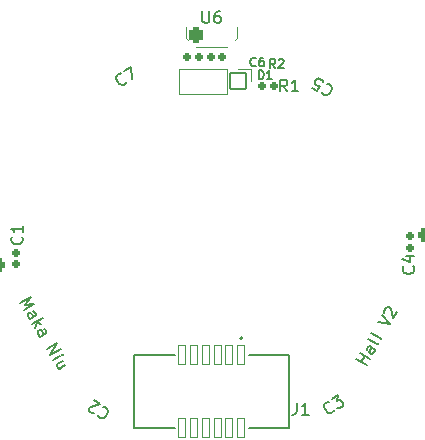
<source format=gto>
%TF.GenerationSoftware,KiCad,Pcbnew,(6.0.5)*%
%TF.CreationDate,2022-06-17T15:31:11-04:00*%
%TF.ProjectId,Hall_ring,48616c6c-5f72-4696-9e67-2e6b69636164,0*%
%TF.SameCoordinates,Original*%
%TF.FileFunction,Legend,Top*%
%TF.FilePolarity,Positive*%
%FSLAX46Y46*%
G04 Gerber Fmt 4.6, Leading zero omitted, Abs format (unit mm)*
G04 Created by KiCad (PCBNEW (6.0.5)) date 2022-06-17 15:31:11*
%MOMM*%
%LPD*%
G01*
G04 APERTURE LIST*
G04 Aperture macros list*
%AMRoundRect*
0 Rectangle with rounded corners*
0 $1 Rounding radius*
0 $2 $3 $4 $5 $6 $7 $8 $9 X,Y pos of 4 corners*
0 Add a 4 corners polygon primitive as box body*
4,1,4,$2,$3,$4,$5,$6,$7,$8,$9,$2,$3,0*
0 Add four circle primitives for the rounded corners*
1,1,$1+$1,$2,$3*
1,1,$1+$1,$4,$5*
1,1,$1+$1,$6,$7*
1,1,$1+$1,$8,$9*
0 Add four rect primitives between the rounded corners*
20,1,$1+$1,$2,$3,$4,$5,0*
20,1,$1+$1,$4,$5,$6,$7,0*
20,1,$1+$1,$6,$7,$8,$9,0*
20,1,$1+$1,$8,$9,$2,$3,0*%
%AMHorizOval*
0 Thick line with rounded ends*
0 $1 width*
0 $2 $3 position (X,Y) of the first rounded end (center of the circle)*
0 $4 $5 position (X,Y) of the second rounded end (center of the circle)*
0 Add line between two ends*
20,1,$1,$2,$3,$4,$5,0*
0 Add two circle primitives to create the rounded ends*
1,1,$1,$2,$3*
1,1,$1,$4,$5*%
G04 Aperture macros list end*
%ADD10C,0.150000*%
%ADD11C,0.120000*%
%ADD12C,0.200000*%
%ADD13RoundRect,0.197500X-0.213989X-0.075639X0.041489X-0.223139X0.213989X0.075639X-0.041489X0.223139X0*%
%ADD14RoundRect,0.197500X-0.172500X0.147500X-0.172500X-0.147500X0.172500X-0.147500X0.172500X0.147500X0*%
%ADD15RoundRect,0.197500X0.041489X0.223139X-0.213989X0.075639X-0.041489X-0.223139X0.213989X-0.075639X0*%
%ADD16RoundRect,0.197500X-0.041489X-0.223139X0.213989X-0.075639X0.041489X0.223139X-0.213989X0.075639X0*%
%ADD17RoundRect,0.197500X-0.147500X-0.172500X0.147500X-0.172500X0.147500X0.172500X-0.147500X0.172500X0*%
%ADD18RoundRect,0.197500X0.172500X-0.147500X0.172500X0.147500X-0.172500X0.147500X-0.172500X-0.147500X0*%
%ADD19RoundRect,0.050000X-0.675000X0.675000X-0.675000X-0.675000X0.675000X-0.675000X0.675000X0.675000X0*%
%ADD20O,1.450000X1.450000*%
%ADD21RoundRect,0.197500X0.147500X0.172500X-0.147500X0.172500X-0.147500X-0.172500X0.147500X-0.172500X0*%
%ADD22RoundRect,0.299900X-0.275100X-0.400100X0.275100X-0.400100X0.275100X0.400100X-0.275100X0.400100X0*%
%ADD23O,1.150000X1.400000*%
%ADD24RoundRect,0.197500X0.213989X0.075639X-0.041489X0.223139X-0.213989X-0.075639X0.041489X-0.223139X0*%
%ADD25C,0.990000*%
%ADD26RoundRect,0.050000X0.300000X0.800000X-0.300000X0.800000X-0.300000X-0.800000X0.300000X-0.800000X0*%
%ADD27C,1.348000*%
%ADD28RoundRect,0.299900X0.438294X0.208947X-0.038194X0.484047X-0.438294X-0.208947X0.038194X-0.484047X0*%
%ADD29HorizOval,1.150000X0.062500X0.108253X-0.062500X-0.108253X0*%
%ADD30RoundRect,0.299900X-0.400100X0.275100X-0.400100X-0.275100X0.400100X-0.275100X0.400100X0.275100X0*%
%ADD31O,1.400000X1.150000*%
%ADD32RoundRect,0.299900X0.400100X-0.275100X0.400100X0.275100X-0.400100X0.275100X-0.400100X-0.275100X0*%
%ADD33RoundRect,0.299900X-0.438294X-0.208947X0.038194X-0.484047X0.438294X0.208947X-0.038194X0.484047X0*%
%ADD34HorizOval,1.150000X-0.062500X-0.108253X0.062500X0.108253X0*%
%ADD35RoundRect,0.299900X-0.038194X-0.484047X0.438294X-0.208947X0.038194X0.484047X-0.438294X0.208947X0*%
%ADD36HorizOval,1.150000X-0.062500X0.108253X0.062500X-0.108253X0*%
%ADD37RoundRect,0.299900X0.038194X0.484047X-0.438294X0.208947X-0.038194X-0.484047X0.438294X-0.208947X0*%
G04 APERTURE END LIST*
D10*
X140117963Y-139272493D02*
X139251938Y-138772493D01*
X139664331Y-139010588D02*
X139950045Y-138515716D01*
X140403678Y-138777621D02*
X139537652Y-138277621D01*
X140856059Y-137994074D02*
X140402426Y-137732170D01*
X140296138Y-137725790D01*
X140207280Y-137784459D01*
X140112042Y-137949416D01*
X140105662Y-138055704D01*
X140814819Y-137970265D02*
X140808440Y-138076553D01*
X140689392Y-138282749D01*
X140600534Y-138341419D01*
X140494245Y-138335039D01*
X140411767Y-138287420D01*
X140353098Y-138198561D01*
X140359478Y-138092273D01*
X140478525Y-137886077D01*
X140484905Y-137779789D01*
X141165582Y-137457963D02*
X141076724Y-137516632D01*
X140970436Y-137510253D01*
X140228128Y-137081681D01*
X141427487Y-137004331D02*
X141338629Y-137063000D01*
X141232341Y-137056620D01*
X140490033Y-136628049D01*
X141061462Y-135638306D02*
X142094154Y-135849630D01*
X141394795Y-135060955D01*
X141620131Y-134861139D02*
X141602701Y-134796090D01*
X141609081Y-134689802D01*
X141728128Y-134483605D01*
X141816987Y-134424936D01*
X141882036Y-134407506D01*
X141988324Y-134413886D01*
X142070802Y-134461505D01*
X142170711Y-134574173D01*
X142379868Y-135354759D01*
X142689392Y-134818648D01*
X110789178Y-134061917D02*
X111655204Y-133561917D01*
X111203281Y-134207735D01*
X111988537Y-134139268D01*
X111122512Y-134639268D01*
X111574893Y-135422814D02*
X112028525Y-135160910D01*
X112087194Y-135072051D01*
X112080814Y-134965763D01*
X111985576Y-134800806D01*
X111896718Y-134742137D01*
X111616132Y-135399005D02*
X111527274Y-135340336D01*
X111408226Y-135134139D01*
X111401846Y-135027851D01*
X111460515Y-134938993D01*
X111542994Y-134891374D01*
X111649282Y-134884994D01*
X111738141Y-134943663D01*
X111857188Y-135149860D01*
X111946047Y-135208529D01*
X111812988Y-135835207D02*
X112679013Y-135335207D01*
X112190521Y-135727210D02*
X112003464Y-136165122D01*
X112580814Y-135831788D02*
X112060424Y-135692350D01*
X112432036Y-136907429D02*
X112885668Y-136645525D01*
X112944337Y-136556666D01*
X112937957Y-136450378D01*
X112842719Y-136285421D01*
X112753861Y-136226752D01*
X112473275Y-136883620D02*
X112384417Y-136824951D01*
X112265369Y-136618754D01*
X112258989Y-136512466D01*
X112317658Y-136423608D01*
X112400137Y-136375989D01*
X112506425Y-136369609D01*
X112595283Y-136428278D01*
X112714331Y-136634474D01*
X112803189Y-136693144D01*
X113051083Y-137979651D02*
X113917109Y-137479651D01*
X113336798Y-138474523D01*
X114202823Y-137974523D01*
X113574893Y-138886916D02*
X114152243Y-138553583D01*
X114440918Y-138386916D02*
X114375869Y-138369486D01*
X114358440Y-138434535D01*
X114423488Y-138451965D01*
X114440918Y-138386916D01*
X114358440Y-138434535D01*
X114604624Y-139337129D02*
X114027274Y-139670463D01*
X114390338Y-138965976D02*
X113936706Y-139227880D01*
X113878037Y-139316739D01*
X113884417Y-139423027D01*
X113955845Y-139546745D01*
X114044704Y-139605414D01*
X114109752Y-139622844D01*
%TO.C,C5*%
X136722908Y-115514038D02*
X136787957Y-115496608D01*
X136935485Y-115526798D01*
X137017963Y-115574417D01*
X137117872Y-115687084D01*
X137152731Y-115817182D01*
X137146352Y-115923470D01*
X137092353Y-116112237D01*
X137020924Y-116235955D01*
X136884447Y-116377103D01*
X136795588Y-116435772D01*
X136665491Y-116470631D01*
X136517963Y-116440442D01*
X136435485Y-116392823D01*
X136335576Y-116280155D01*
X136318147Y-116215106D01*
X135486981Y-115845204D02*
X135899374Y-116083299D01*
X136178708Y-115694716D01*
X136113660Y-115712145D01*
X136007371Y-115705766D01*
X135801175Y-115586718D01*
X135742506Y-115497860D01*
X135725076Y-115432811D01*
X135731456Y-115326523D01*
X135850503Y-115120326D01*
X135939362Y-115061657D01*
X136004411Y-115044227D01*
X136110699Y-115050607D01*
X136316895Y-115169655D01*
X136375564Y-115258513D01*
X136392994Y-115323562D01*
%TO.C,C4*%
X144057142Y-130956666D02*
X144104761Y-131004285D01*
X144152380Y-131147142D01*
X144152380Y-131242380D01*
X144104761Y-131385238D01*
X144009523Y-131480476D01*
X143914285Y-131528095D01*
X143723809Y-131575714D01*
X143580952Y-131575714D01*
X143390476Y-131528095D01*
X143295238Y-131480476D01*
X143200000Y-131385238D01*
X143152380Y-131242380D01*
X143152380Y-131147142D01*
X143200000Y-131004285D01*
X143247619Y-130956666D01*
X143485714Y-130099523D02*
X144152380Y-130099523D01*
X143104761Y-130337619D02*
X143819047Y-130575714D01*
X143819047Y-129956666D01*
%TO.C,C3*%
X137334233Y-143132628D02*
X137316804Y-143197676D01*
X137216895Y-143310344D01*
X137134417Y-143357963D01*
X136986889Y-143388153D01*
X136856791Y-143353293D01*
X136767933Y-143294624D01*
X136631456Y-143153476D01*
X136560027Y-143029758D01*
X136506028Y-142840992D01*
X136499649Y-142734704D01*
X136534508Y-142604606D01*
X136634417Y-142491938D01*
X136716895Y-142444319D01*
X136864423Y-142414130D01*
X136929471Y-142431559D01*
X137170528Y-142182414D02*
X137706639Y-141872890D01*
X137608440Y-142369471D01*
X137732157Y-142298043D01*
X137838446Y-142291663D01*
X137903494Y-142309093D01*
X137992353Y-142367762D01*
X138111400Y-142573959D01*
X138117780Y-142680247D01*
X138100350Y-142745295D01*
X138041681Y-142834154D01*
X137794245Y-142977011D01*
X137687957Y-142983391D01*
X137622908Y-142965961D01*
%TO.C,C7*%
X119734233Y-115332628D02*
X119716804Y-115397676D01*
X119616895Y-115510344D01*
X119534417Y-115557963D01*
X119386889Y-115588153D01*
X119256791Y-115553293D01*
X119167933Y-115494624D01*
X119031456Y-115353476D01*
X118960027Y-115229758D01*
X118906028Y-115040992D01*
X118899649Y-114934704D01*
X118934508Y-114804606D01*
X119034417Y-114691938D01*
X119116895Y-114644319D01*
X119264423Y-114614130D01*
X119329471Y-114631559D01*
X119570528Y-114382414D02*
X120147878Y-114049081D01*
X120276724Y-115129392D01*
%TO.C,C6*%
X130725000Y-113957857D02*
X130689285Y-113993571D01*
X130582142Y-114029285D01*
X130510714Y-114029285D01*
X130403571Y-113993571D01*
X130332142Y-113922142D01*
X130296428Y-113850714D01*
X130260714Y-113707857D01*
X130260714Y-113600714D01*
X130296428Y-113457857D01*
X130332142Y-113386428D01*
X130403571Y-113315000D01*
X130510714Y-113279285D01*
X130582142Y-113279285D01*
X130689285Y-113315000D01*
X130725000Y-113350714D01*
X131367857Y-113279285D02*
X131225000Y-113279285D01*
X131153571Y-113315000D01*
X131117857Y-113350714D01*
X131046428Y-113457857D01*
X131010714Y-113600714D01*
X131010714Y-113886428D01*
X131046428Y-113957857D01*
X131082142Y-113993571D01*
X131153571Y-114029285D01*
X131296428Y-114029285D01*
X131367857Y-113993571D01*
X131403571Y-113957857D01*
X131439285Y-113886428D01*
X131439285Y-113707857D01*
X131403571Y-113636428D01*
X131367857Y-113600714D01*
X131296428Y-113565000D01*
X131153571Y-113565000D01*
X131082142Y-113600714D01*
X131046428Y-113636428D01*
X131010714Y-113707857D01*
%TO.C,C1*%
X110907142Y-128456666D02*
X110954761Y-128504285D01*
X111002380Y-128647142D01*
X111002380Y-128742380D01*
X110954761Y-128885238D01*
X110859523Y-128980476D01*
X110764285Y-129028095D01*
X110573809Y-129075714D01*
X110430952Y-129075714D01*
X110240476Y-129028095D01*
X110145238Y-128980476D01*
X110050000Y-128885238D01*
X110002380Y-128742380D01*
X110002380Y-128647142D01*
X110050000Y-128504285D01*
X110097619Y-128456666D01*
X111002380Y-127504285D02*
X111002380Y-128075714D01*
X111002380Y-127790000D02*
X110002380Y-127790000D01*
X110145238Y-127885238D01*
X110240476Y-127980476D01*
X110288095Y-128075714D01*
%TO.C,D1*%
X130956428Y-115089285D02*
X130956428Y-114339285D01*
X131135000Y-114339285D01*
X131242142Y-114375000D01*
X131313571Y-114446428D01*
X131349285Y-114517857D01*
X131385000Y-114660714D01*
X131385000Y-114767857D01*
X131349285Y-114910714D01*
X131313571Y-114982142D01*
X131242142Y-115053571D01*
X131135000Y-115089285D01*
X130956428Y-115089285D01*
X132099285Y-115089285D02*
X131670714Y-115089285D01*
X131885000Y-115089285D02*
X131885000Y-114339285D01*
X131813571Y-114446428D01*
X131742142Y-114517857D01*
X131670714Y-114553571D01*
%TO.C,R1*%
X133383333Y-116142380D02*
X133050000Y-115666190D01*
X132811904Y-116142380D02*
X132811904Y-115142380D01*
X133192857Y-115142380D01*
X133288095Y-115190000D01*
X133335714Y-115237619D01*
X133383333Y-115332857D01*
X133383333Y-115475714D01*
X133335714Y-115570952D01*
X133288095Y-115618571D01*
X133192857Y-115666190D01*
X132811904Y-115666190D01*
X134335714Y-116142380D02*
X133764285Y-116142380D01*
X134050000Y-116142380D02*
X134050000Y-115142380D01*
X133954761Y-115285238D01*
X133859523Y-115380476D01*
X133764285Y-115428095D01*
%TO.C,U6*%
X126212695Y-109342380D02*
X126212695Y-110151904D01*
X126260314Y-110247142D01*
X126307933Y-110294761D01*
X126403171Y-110342380D01*
X126593647Y-110342380D01*
X126688885Y-110294761D01*
X126736504Y-110247142D01*
X126784123Y-110151904D01*
X126784123Y-109342380D01*
X127688885Y-109342380D02*
X127498409Y-109342380D01*
X127403171Y-109390000D01*
X127355552Y-109437619D01*
X127260314Y-109580476D01*
X127212695Y-109770952D01*
X127212695Y-110151904D01*
X127260314Y-110247142D01*
X127307933Y-110294761D01*
X127403171Y-110342380D01*
X127593647Y-110342380D01*
X127688885Y-110294761D01*
X127736504Y-110247142D01*
X127784123Y-110151904D01*
X127784123Y-109913809D01*
X127736504Y-109818571D01*
X127688885Y-109770952D01*
X127593647Y-109723333D01*
X127403171Y-109723333D01*
X127307933Y-109770952D01*
X127260314Y-109818571D01*
X127212695Y-109913809D01*
%TO.C,C2*%
X117772908Y-142864038D02*
X117837957Y-142846608D01*
X117985485Y-142876798D01*
X118067963Y-142924417D01*
X118167872Y-143037084D01*
X118202731Y-143167182D01*
X118196352Y-143273470D01*
X118142353Y-143462237D01*
X118070924Y-143585955D01*
X117934447Y-143727103D01*
X117845588Y-143785772D01*
X117715491Y-143820631D01*
X117567963Y-143790442D01*
X117485485Y-143742823D01*
X117385576Y-143630155D01*
X117368147Y-143565106D01*
X117038232Y-143374630D02*
X116973183Y-143392060D01*
X116866895Y-143385680D01*
X116660699Y-143266632D01*
X116602030Y-143177774D01*
X116584600Y-143112725D01*
X116590980Y-143006437D01*
X116638599Y-142923959D01*
X116751266Y-142824050D01*
X117531852Y-142614893D01*
X116995741Y-142305369D01*
%TO.C,R2*%
X132375000Y-114139285D02*
X132125000Y-113782142D01*
X131946428Y-114139285D02*
X131946428Y-113389285D01*
X132232142Y-113389285D01*
X132303571Y-113425000D01*
X132339285Y-113460714D01*
X132375000Y-113532142D01*
X132375000Y-113639285D01*
X132339285Y-113710714D01*
X132303571Y-113746428D01*
X132232142Y-113782142D01*
X131946428Y-113782142D01*
X132660714Y-113460714D02*
X132696428Y-113425000D01*
X132767857Y-113389285D01*
X132946428Y-113389285D01*
X133017857Y-113425000D01*
X133053571Y-113460714D01*
X133089285Y-113532142D01*
X133089285Y-113603571D01*
X133053571Y-113710714D01*
X132625000Y-114139285D01*
X133089285Y-114139285D01*
%TO.C,J1*%
X134196666Y-142522380D02*
X134196666Y-143236666D01*
X134149047Y-143379523D01*
X134053809Y-143474761D01*
X133910952Y-143522380D01*
X133815714Y-143522380D01*
X135196666Y-143522380D02*
X134625238Y-143522380D01*
X134910952Y-143522380D02*
X134910952Y-142522380D01*
X134815714Y-142665238D01*
X134720476Y-142760476D01*
X134625238Y-142808095D01*
D11*
%TO.C,D1*%
X124190000Y-114230000D02*
X124190000Y-116350000D01*
X130310000Y-114230000D02*
X130310000Y-115290000D01*
X128250000Y-114230000D02*
X128250000Y-116350000D01*
X128250000Y-114230000D02*
X124190000Y-114230000D01*
X129250000Y-114230000D02*
X130310000Y-114230000D01*
X128250000Y-116350000D02*
X124190000Y-116350000D01*
%TO.C,U6*%
X125694600Y-112340000D02*
X128294600Y-112340000D01*
X124994600Y-111790000D02*
X124844600Y-111640000D01*
X128944600Y-111790000D02*
X129094600Y-111640000D01*
X129094600Y-110690000D02*
X129094600Y-111640000D01*
X124844600Y-111640000D02*
X124844600Y-110690000D01*
D12*
%TO.C,J1*%
X133550000Y-144665000D02*
X130150000Y-144665000D01*
X120450000Y-144665000D02*
X120450000Y-138415000D01*
X133550000Y-138415000D02*
X130150000Y-138415000D01*
X123850000Y-138415000D02*
X120450000Y-138415000D01*
X133550000Y-138415000D02*
X133550000Y-144665000D01*
X123850000Y-144665000D02*
X120450000Y-144665000D01*
X129600000Y-137040000D02*
G75*
G03*
X129600000Y-137040000I-100000J0D01*
G01*
%TD*%
%LPC*%
D13*
%TO.C,C5*%
X134379978Y-114397500D03*
X135220022Y-114882500D03*
%TD*%
D14*
%TO.C,C4*%
X143800000Y-128405000D03*
X143800000Y-129375000D03*
%TD*%
D15*
%TO.C,C3*%
X136320022Y-143597500D03*
X135479978Y-144082500D03*
%TD*%
D16*
%TO.C,C7*%
X117079978Y-116082500D03*
X117920022Y-115597500D03*
%TD*%
D17*
%TO.C,C6*%
X124915000Y-113190000D03*
X125885000Y-113190000D03*
%TD*%
D18*
%TO.C,C1*%
X110400000Y-130790000D03*
X110400000Y-129820000D03*
%TD*%
D19*
%TO.C,D1*%
X129250000Y-115290000D03*
D20*
X127250000Y-115290000D03*
X125250000Y-115290000D03*
%TD*%
D21*
%TO.C,R1*%
X132235000Y-115690000D03*
X131265000Y-115690000D03*
%TD*%
D22*
%TO.C,U6*%
X125704600Y-111340000D03*
D23*
X126974600Y-111340000D03*
X128244600Y-111340000D03*
%TD*%
D24*
%TO.C,C2*%
X119550000Y-144440000D03*
X118709956Y-143955000D03*
%TD*%
D21*
%TO.C,R2*%
X127885000Y-113190000D03*
X126915000Y-113190000D03*
%TD*%
D25*
%TO.C,J1*%
X132250000Y-139390000D03*
X121750000Y-139390000D03*
D26*
X129500000Y-138415000D03*
X129500000Y-144665000D03*
X128500000Y-138415000D03*
X128500000Y-144665000D03*
X127500000Y-138415000D03*
X127500000Y-144665000D03*
X126500000Y-138415000D03*
X126500000Y-144665000D03*
X125500000Y-138415000D03*
X125500000Y-144665000D03*
X124500000Y-138415000D03*
X124500000Y-144665000D03*
D27*
X130750000Y-142040000D03*
X123250000Y-142040000D03*
%TD*%
D28*
%TO.C,U2*%
X118999852Y-145925000D03*
D29*
X117900000Y-145290000D03*
X116800147Y-144655000D03*
%TD*%
D30*
%TO.C,U4*%
X145150000Y-128320000D03*
D31*
X145150000Y-129590000D03*
X145150000Y-130860000D03*
%TD*%
D32*
%TO.C,U1*%
X108850000Y-130810000D03*
D31*
X108850000Y-129540000D03*
X108850000Y-128270000D03*
%TD*%
D33*
%TO.C,U5*%
X135000148Y-113155000D03*
D34*
X136100000Y-113790000D03*
X137199853Y-114425000D03*
%TD*%
D35*
%TO.C,U7*%
X116800148Y-114425000D03*
D36*
X117900000Y-113790000D03*
X118999853Y-113155000D03*
%TD*%
D37*
%TO.C,U3*%
X137149852Y-144655000D03*
D36*
X136050000Y-145290000D03*
X134950147Y-145925000D03*
%TD*%
M02*

</source>
